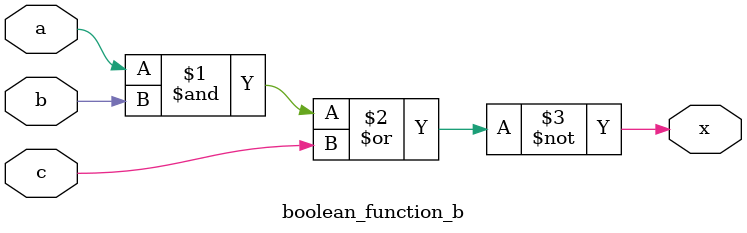
<source format=v>
`timescale 1ns / 1ps

module boolean_function_b(
input a,b,c,
output x
    );
assign x=~((a&b)|c);  

endmodule

</source>
